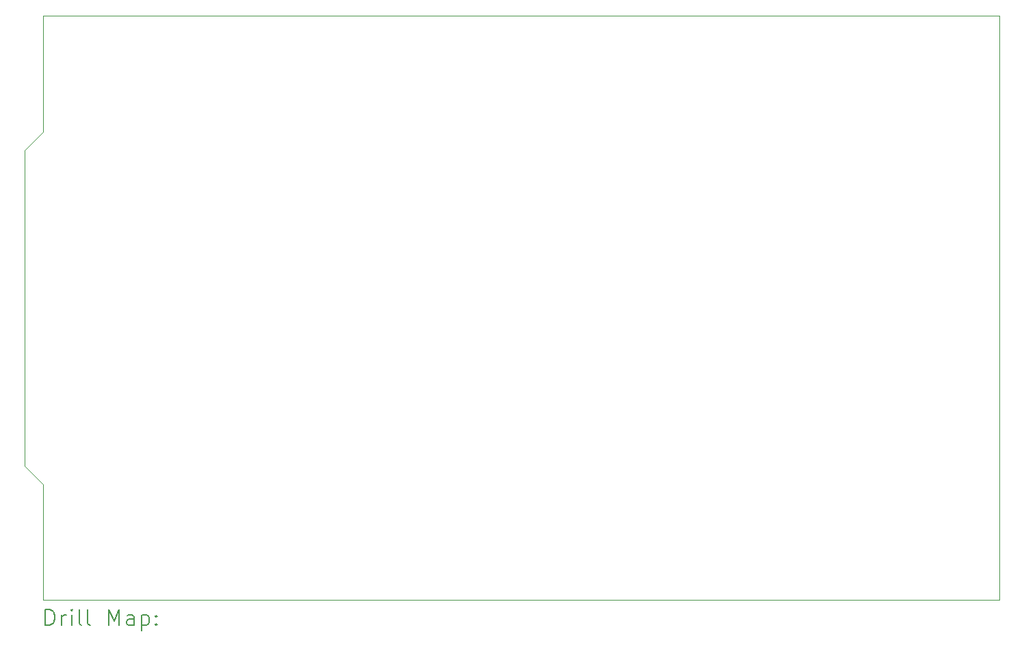
<source format=gbr>
%TF.GenerationSoftware,KiCad,Pcbnew,7.0.6*%
%TF.CreationDate,2024-05-07T04:30:43+03:00*%
%TF.ProjectId,board-main,626f6172-642d-46d6-9169-6e2e6b696361,rev?*%
%TF.SameCoordinates,Original*%
%TF.FileFunction,Drillmap*%
%TF.FilePolarity,Positive*%
%FSLAX45Y45*%
G04 Gerber Fmt 4.5, Leading zero omitted, Abs format (unit mm)*
G04 Created by KiCad (PCBNEW 7.0.6) date 2024-05-07 04:30:43*
%MOMM*%
%LPD*%
G01*
G04 APERTURE LIST*
%ADD10C,0.100000*%
%ADD11C,0.200000*%
G04 APERTURE END LIST*
D10*
X3111500Y-6299200D02*
X3111500Y-10210800D01*
X3340100Y-6070600D02*
X3111500Y-6299200D01*
X3340100Y-4635500D02*
X15176500Y-4635500D01*
X3340100Y-4635500D02*
X3340100Y-6070600D01*
X3340100Y-10439400D02*
X3340100Y-11874500D01*
X3111500Y-10210800D02*
X3340100Y-10439400D01*
X15176500Y-11874500D02*
X3340100Y-11874500D01*
X15176500Y-4635500D02*
X15176500Y-11874500D01*
D11*
X3367277Y-12190984D02*
X3367277Y-11990984D01*
X3367277Y-11990984D02*
X3414896Y-11990984D01*
X3414896Y-11990984D02*
X3443467Y-12000508D01*
X3443467Y-12000508D02*
X3462515Y-12019555D01*
X3462515Y-12019555D02*
X3472039Y-12038603D01*
X3472039Y-12038603D02*
X3481562Y-12076698D01*
X3481562Y-12076698D02*
X3481562Y-12105269D01*
X3481562Y-12105269D02*
X3472039Y-12143365D01*
X3472039Y-12143365D02*
X3462515Y-12162412D01*
X3462515Y-12162412D02*
X3443467Y-12181460D01*
X3443467Y-12181460D02*
X3414896Y-12190984D01*
X3414896Y-12190984D02*
X3367277Y-12190984D01*
X3567277Y-12190984D02*
X3567277Y-12057650D01*
X3567277Y-12095746D02*
X3576801Y-12076698D01*
X3576801Y-12076698D02*
X3586324Y-12067174D01*
X3586324Y-12067174D02*
X3605372Y-12057650D01*
X3605372Y-12057650D02*
X3624420Y-12057650D01*
X3691086Y-12190984D02*
X3691086Y-12057650D01*
X3691086Y-11990984D02*
X3681562Y-12000508D01*
X3681562Y-12000508D02*
X3691086Y-12010031D01*
X3691086Y-12010031D02*
X3700610Y-12000508D01*
X3700610Y-12000508D02*
X3691086Y-11990984D01*
X3691086Y-11990984D02*
X3691086Y-12010031D01*
X3814896Y-12190984D02*
X3795848Y-12181460D01*
X3795848Y-12181460D02*
X3786324Y-12162412D01*
X3786324Y-12162412D02*
X3786324Y-11990984D01*
X3919658Y-12190984D02*
X3900610Y-12181460D01*
X3900610Y-12181460D02*
X3891086Y-12162412D01*
X3891086Y-12162412D02*
X3891086Y-11990984D01*
X4148229Y-12190984D02*
X4148229Y-11990984D01*
X4148229Y-11990984D02*
X4214896Y-12133841D01*
X4214896Y-12133841D02*
X4281563Y-11990984D01*
X4281563Y-11990984D02*
X4281563Y-12190984D01*
X4462515Y-12190984D02*
X4462515Y-12086222D01*
X4462515Y-12086222D02*
X4452991Y-12067174D01*
X4452991Y-12067174D02*
X4433944Y-12057650D01*
X4433944Y-12057650D02*
X4395848Y-12057650D01*
X4395848Y-12057650D02*
X4376801Y-12067174D01*
X4462515Y-12181460D02*
X4443467Y-12190984D01*
X4443467Y-12190984D02*
X4395848Y-12190984D01*
X4395848Y-12190984D02*
X4376801Y-12181460D01*
X4376801Y-12181460D02*
X4367277Y-12162412D01*
X4367277Y-12162412D02*
X4367277Y-12143365D01*
X4367277Y-12143365D02*
X4376801Y-12124317D01*
X4376801Y-12124317D02*
X4395848Y-12114793D01*
X4395848Y-12114793D02*
X4443467Y-12114793D01*
X4443467Y-12114793D02*
X4462515Y-12105269D01*
X4557753Y-12057650D02*
X4557753Y-12257650D01*
X4557753Y-12067174D02*
X4576801Y-12057650D01*
X4576801Y-12057650D02*
X4614896Y-12057650D01*
X4614896Y-12057650D02*
X4633944Y-12067174D01*
X4633944Y-12067174D02*
X4643467Y-12076698D01*
X4643467Y-12076698D02*
X4652991Y-12095746D01*
X4652991Y-12095746D02*
X4652991Y-12152888D01*
X4652991Y-12152888D02*
X4643467Y-12171936D01*
X4643467Y-12171936D02*
X4633944Y-12181460D01*
X4633944Y-12181460D02*
X4614896Y-12190984D01*
X4614896Y-12190984D02*
X4576801Y-12190984D01*
X4576801Y-12190984D02*
X4557753Y-12181460D01*
X4738705Y-12171936D02*
X4748229Y-12181460D01*
X4748229Y-12181460D02*
X4738705Y-12190984D01*
X4738705Y-12190984D02*
X4729182Y-12181460D01*
X4729182Y-12181460D02*
X4738705Y-12171936D01*
X4738705Y-12171936D02*
X4738705Y-12190984D01*
X4738705Y-12067174D02*
X4748229Y-12076698D01*
X4748229Y-12076698D02*
X4738705Y-12086222D01*
X4738705Y-12086222D02*
X4729182Y-12076698D01*
X4729182Y-12076698D02*
X4738705Y-12067174D01*
X4738705Y-12067174D02*
X4738705Y-12086222D01*
M02*

</source>
